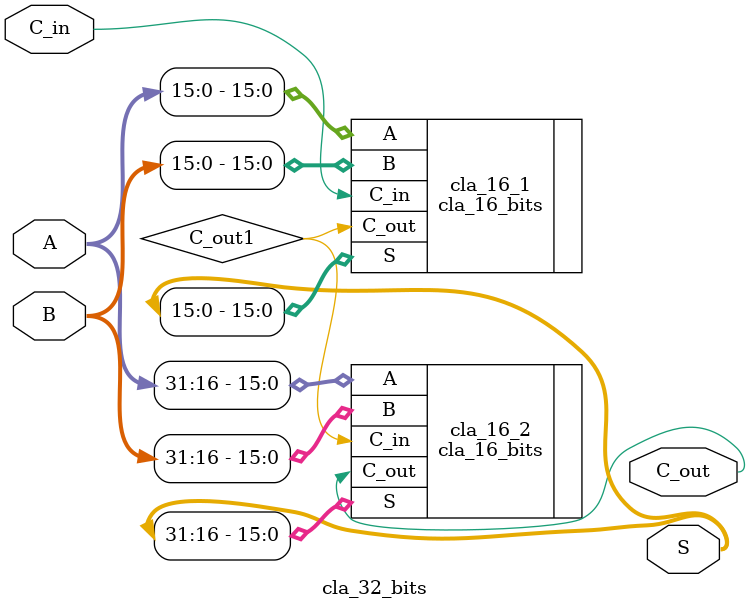
<source format=v>
module cla_32_bits(
   input wire [31:0] A, B, 
   input wire C_in, 
   output wire [31:0] S, 
   output wire C_out
);
   wire C_out1;
   cla_16_bits cla_16_1( .A(A[15:0]), .B(B[15:0]), .C_in(C_in), .S(S[15:0]), .C_out(C_out1));
   cla_16_bits cla_16_2( .A(A[31:16]), .B(B[31:16]), .C_in(C_out1), .S(S[31:16]), .C_out(C_out));
endmodule
</source>
